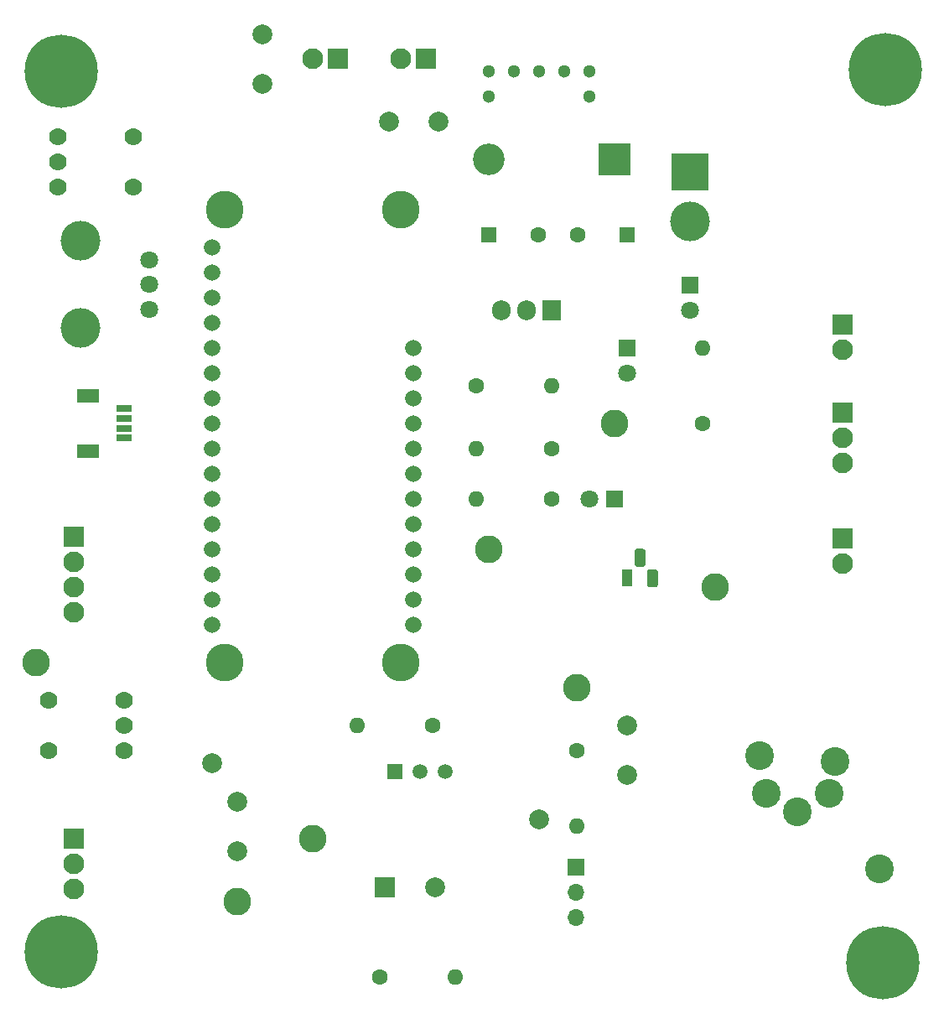
<source format=gbr>
G04 #@! TF.GenerationSoftware,KiCad,Pcbnew,(5.1.4)-1*
G04 #@! TF.CreationDate,2020-05-29T18:00:16-04:00*
G04 #@! TF.ProjectId,CameraTriggerSensorNodeOnly,43616d65-7261-4547-9269-676765725365,rev?*
G04 #@! TF.SameCoordinates,Original*
G04 #@! TF.FileFunction,Soldermask,Top*
G04 #@! TF.FilePolarity,Negative*
%FSLAX46Y46*%
G04 Gerber Fmt 4.6, Leading zero omitted, Abs format (unit mm)*
G04 Created by KiCad (PCBNEW (5.1.4)-1) date 2020-05-29 18:00:16*
%MOMM*%
%LPD*%
G04 APERTURE LIST*
%ADD10C,2.900000*%
%ADD11O,1.700000X1.700000*%
%ADD12R,1.700000X1.700000*%
%ADD13C,4.000000*%
%ADD14C,1.800000*%
%ADD15R,2.202180X1.402080*%
%ADD16R,1.551940X0.802640*%
%ADD17C,2.100000*%
%ADD18R,2.100000X2.100000*%
%ADD19O,1.905000X2.000000*%
%ADD20R,1.905000X2.000000*%
%ADD21C,2.800000*%
%ADD22C,2.000000*%
%ADD23C,1.778000*%
%ADD24C,1.300000*%
%ADD25O,1.600000X1.600000*%
%ADD26C,1.600000*%
%ADD27R,3.800000X3.800000*%
%ADD28C,7.400000*%
%ADD29R,1.800000X1.800000*%
%ADD30O,3.200000X3.200000*%
%ADD31R,3.200000X3.200000*%
%ADD32R,1.600000X1.600000*%
%ADD33R,2.000000X2.000000*%
%ADD34C,1.665000*%
%ADD35C,3.810000*%
%ADD36C,0.100000*%
%ADD37C,1.100000*%
%ADD38R,1.100000X1.800000*%
%ADD39C,1.500000*%
%ADD40R,1.500000X1.500000*%
G04 APERTURE END LIST*
D10*
X164490400Y-112903000D03*
X161315400Y-110998000D03*
X160680400Y-107188000D03*
X172745400Y-118618000D03*
X168300400Y-107823000D03*
X167665400Y-110998000D03*
D11*
X142163800Y-123520200D03*
X142163800Y-120980200D03*
D12*
X142163800Y-118440200D03*
D13*
X92060000Y-55250000D03*
X92060000Y-64050000D03*
D14*
X99060000Y-57150000D03*
X99060000Y-59650000D03*
X99060000Y-62150000D03*
D15*
X92847160Y-70860920D03*
X92847160Y-76459080D03*
D16*
X96520000Y-75158600D03*
X96520000Y-74157840D03*
X96520000Y-73162160D03*
X96520000Y-72161400D03*
D17*
X91440000Y-92710000D03*
X91440000Y-90170000D03*
X91440000Y-87630000D03*
D18*
X91440000Y-85090000D03*
D19*
X134620000Y-62230000D03*
X137160000Y-62230000D03*
D20*
X139700000Y-62230000D03*
D21*
X87630000Y-97790000D03*
X146050000Y-73660000D03*
X133350000Y-86360000D03*
X107950000Y-121920000D03*
X156210000Y-90170000D03*
X142240000Y-100330000D03*
X115570000Y-115570000D03*
D22*
X138404600Y-113665000D03*
D23*
X96520000Y-106680000D03*
X96520000Y-104140000D03*
X96520000Y-101600000D03*
X88900000Y-101600000D03*
X88900000Y-106680000D03*
D24*
X140970000Y-38100000D03*
X138430000Y-38100000D03*
X135890000Y-38100000D03*
X143510000Y-38100000D03*
X133350000Y-38100000D03*
X143510000Y-40640000D03*
X133350000Y-40640000D03*
D25*
X142240000Y-114300000D03*
D26*
X142240000Y-106680000D03*
D25*
X139700000Y-69850000D03*
D26*
X132080000Y-69850000D03*
D25*
X154940000Y-66040000D03*
D26*
X154940000Y-73660000D03*
D25*
X132080000Y-76200000D03*
D26*
X139700000Y-76200000D03*
D25*
X132080000Y-81280000D03*
D26*
X139700000Y-81280000D03*
D17*
X124460000Y-36830000D03*
D18*
X127000000Y-36830000D03*
D17*
X115570000Y-36830000D03*
D18*
X118110000Y-36830000D03*
D17*
X169062400Y-77622400D03*
X169062400Y-75082400D03*
D18*
X169062400Y-72542400D03*
D17*
X169062400Y-66192400D03*
D18*
X169062400Y-63652400D03*
D17*
X91440000Y-120650000D03*
X91440000Y-118110000D03*
D18*
X91440000Y-115570000D03*
D17*
X169062400Y-87782400D03*
D18*
X169062400Y-85242400D03*
D13*
X153670000Y-53260000D03*
D27*
X153670000Y-48260000D03*
D28*
X90170000Y-127000000D03*
X173355000Y-37922200D03*
X90170000Y-38100000D03*
X173101000Y-128143000D03*
D22*
X105410000Y-107950000D03*
D14*
X153670000Y-62230000D03*
D29*
X153670000Y-59690000D03*
D30*
X133350000Y-46990000D03*
D31*
X146050000Y-46990000D03*
D14*
X147320000Y-68580000D03*
D29*
X147320000Y-66040000D03*
D14*
X143510000Y-81280000D03*
D29*
X146050000Y-81280000D03*
D22*
X110490000Y-34370000D03*
X110490000Y-39370000D03*
X107950000Y-111840000D03*
X107950000Y-116840000D03*
X147320000Y-109140000D03*
X147320000Y-104140000D03*
X123270000Y-43180000D03*
X128270000Y-43180000D03*
D26*
X138350000Y-54610000D03*
D32*
X133350000Y-54610000D03*
D26*
X142320000Y-54610000D03*
D32*
X147320000Y-54610000D03*
D22*
X127859800Y-120523000D03*
D33*
X122859800Y-120523000D03*
D34*
X125730000Y-66040000D03*
X125730000Y-68580000D03*
X125730000Y-71120000D03*
X125730000Y-73660000D03*
X125730000Y-76200000D03*
X125730000Y-78740000D03*
X125730000Y-81280000D03*
X125730000Y-83820000D03*
X125730000Y-86360000D03*
X125730000Y-88900000D03*
X125730000Y-91440000D03*
X125730000Y-93980000D03*
X105410000Y-93980000D03*
X105410000Y-91440000D03*
X105410000Y-88900000D03*
X105410000Y-86360000D03*
X105410000Y-83820000D03*
X105410000Y-81280000D03*
X105410000Y-78740000D03*
X105410000Y-76200000D03*
X105410000Y-73660000D03*
X105410000Y-71120000D03*
X105410000Y-68580000D03*
X105410000Y-66040000D03*
X105410000Y-63500000D03*
X105410000Y-60960000D03*
X105410000Y-58420000D03*
X105410000Y-55880000D03*
D35*
X106680000Y-52070000D03*
X124460000Y-52070000D03*
X106680000Y-97790000D03*
X124460000Y-97790000D03*
D36*
G36*
X148891955Y-86331324D02*
G01*
X148918650Y-86335284D01*
X148944828Y-86341841D01*
X148970238Y-86350933D01*
X148994634Y-86362472D01*
X149017782Y-86376346D01*
X149039458Y-86392422D01*
X149059454Y-86410546D01*
X149077578Y-86430542D01*
X149093654Y-86452218D01*
X149107528Y-86475366D01*
X149119067Y-86499762D01*
X149128159Y-86525172D01*
X149134716Y-86551350D01*
X149138676Y-86578045D01*
X149140000Y-86605000D01*
X149140000Y-87855000D01*
X149138676Y-87881955D01*
X149134716Y-87908650D01*
X149128159Y-87934828D01*
X149119067Y-87960238D01*
X149107528Y-87984634D01*
X149093654Y-88007782D01*
X149077578Y-88029458D01*
X149059454Y-88049454D01*
X149039458Y-88067578D01*
X149017782Y-88083654D01*
X148994634Y-88097528D01*
X148970238Y-88109067D01*
X148944828Y-88118159D01*
X148918650Y-88124716D01*
X148891955Y-88128676D01*
X148865000Y-88130000D01*
X148315000Y-88130000D01*
X148288045Y-88128676D01*
X148261350Y-88124716D01*
X148235172Y-88118159D01*
X148209762Y-88109067D01*
X148185366Y-88097528D01*
X148162218Y-88083654D01*
X148140542Y-88067578D01*
X148120546Y-88049454D01*
X148102422Y-88029458D01*
X148086346Y-88007782D01*
X148072472Y-87984634D01*
X148060933Y-87960238D01*
X148051841Y-87934828D01*
X148045284Y-87908650D01*
X148041324Y-87881955D01*
X148040000Y-87855000D01*
X148040000Y-86605000D01*
X148041324Y-86578045D01*
X148045284Y-86551350D01*
X148051841Y-86525172D01*
X148060933Y-86499762D01*
X148072472Y-86475366D01*
X148086346Y-86452218D01*
X148102422Y-86430542D01*
X148120546Y-86410546D01*
X148140542Y-86392422D01*
X148162218Y-86376346D01*
X148185366Y-86362472D01*
X148209762Y-86350933D01*
X148235172Y-86341841D01*
X148261350Y-86335284D01*
X148288045Y-86331324D01*
X148315000Y-86330000D01*
X148865000Y-86330000D01*
X148891955Y-86331324D01*
X148891955Y-86331324D01*
G37*
D37*
X148590000Y-87230000D03*
D36*
G36*
X150161955Y-88401324D02*
G01*
X150188650Y-88405284D01*
X150214828Y-88411841D01*
X150240238Y-88420933D01*
X150264634Y-88432472D01*
X150287782Y-88446346D01*
X150309458Y-88462422D01*
X150329454Y-88480546D01*
X150347578Y-88500542D01*
X150363654Y-88522218D01*
X150377528Y-88545366D01*
X150389067Y-88569762D01*
X150398159Y-88595172D01*
X150404716Y-88621350D01*
X150408676Y-88648045D01*
X150410000Y-88675000D01*
X150410000Y-89925000D01*
X150408676Y-89951955D01*
X150404716Y-89978650D01*
X150398159Y-90004828D01*
X150389067Y-90030238D01*
X150377528Y-90054634D01*
X150363654Y-90077782D01*
X150347578Y-90099458D01*
X150329454Y-90119454D01*
X150309458Y-90137578D01*
X150287782Y-90153654D01*
X150264634Y-90167528D01*
X150240238Y-90179067D01*
X150214828Y-90188159D01*
X150188650Y-90194716D01*
X150161955Y-90198676D01*
X150135000Y-90200000D01*
X149585000Y-90200000D01*
X149558045Y-90198676D01*
X149531350Y-90194716D01*
X149505172Y-90188159D01*
X149479762Y-90179067D01*
X149455366Y-90167528D01*
X149432218Y-90153654D01*
X149410542Y-90137578D01*
X149390546Y-90119454D01*
X149372422Y-90099458D01*
X149356346Y-90077782D01*
X149342472Y-90054634D01*
X149330933Y-90030238D01*
X149321841Y-90004828D01*
X149315284Y-89978650D01*
X149311324Y-89951955D01*
X149310000Y-89925000D01*
X149310000Y-88675000D01*
X149311324Y-88648045D01*
X149315284Y-88621350D01*
X149321841Y-88595172D01*
X149330933Y-88569762D01*
X149342472Y-88545366D01*
X149356346Y-88522218D01*
X149372422Y-88500542D01*
X149390546Y-88480546D01*
X149410542Y-88462422D01*
X149432218Y-88446346D01*
X149455366Y-88432472D01*
X149479762Y-88420933D01*
X149505172Y-88411841D01*
X149531350Y-88405284D01*
X149558045Y-88401324D01*
X149585000Y-88400000D01*
X150135000Y-88400000D01*
X150161955Y-88401324D01*
X150161955Y-88401324D01*
G37*
D37*
X149860000Y-89300000D03*
D38*
X147320000Y-89300000D03*
D39*
X126365000Y-108813600D03*
X128905000Y-108813600D03*
D40*
X123825000Y-108813600D03*
D26*
X127660400Y-104190800D03*
D25*
X120040400Y-104190800D03*
X129895600Y-129540000D03*
D26*
X122275600Y-129540000D03*
D23*
X97383600Y-44754800D03*
X97383600Y-49834800D03*
X89763600Y-49834800D03*
X89763600Y-47294800D03*
X89763600Y-44754800D03*
M02*

</source>
